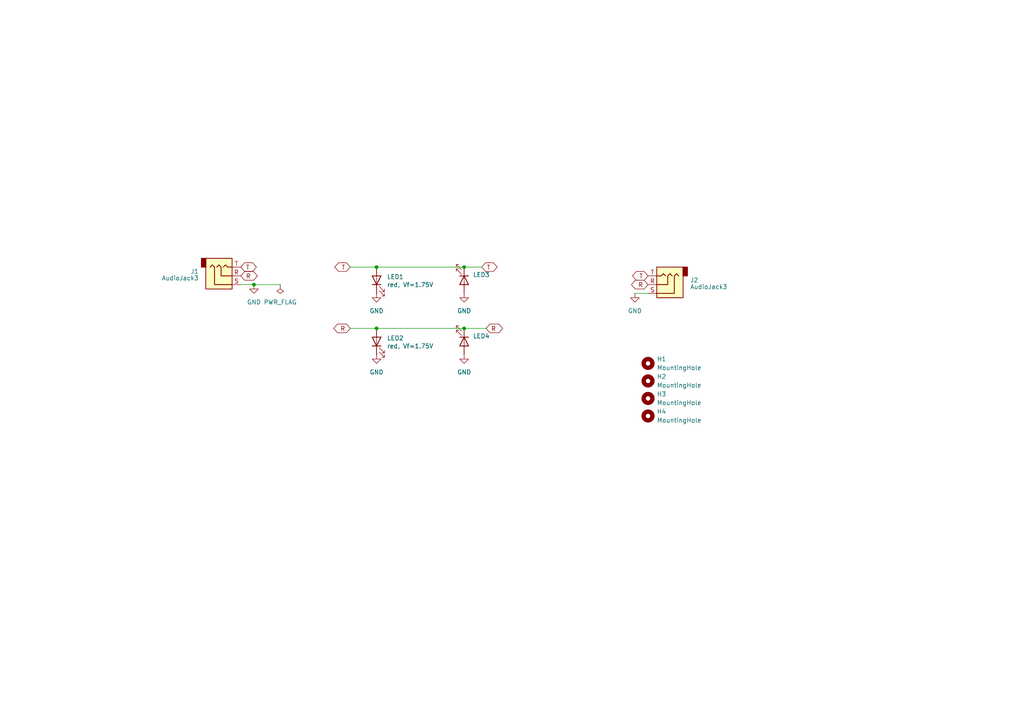
<source format=kicad_sch>
(kicad_sch
	(version 20250114)
	(generator "eeschema")
	(generator_version "9.0")
	(uuid "3b642463-48aa-402e-88a1-2c68f421e351")
	(paper "A4")
	(lib_symbols
		(symbol "Connector_Audio:AudioJack3"
			(exclude_from_sim no)
			(in_bom yes)
			(on_board yes)
			(property "Reference" "J"
				(at 0 8.89 0)
				(effects
					(font
						(size 1.27 1.27)
					)
				)
			)
			(property "Value" "AudioJack3"
				(at 0 6.35 0)
				(effects
					(font
						(size 1.27 1.27)
					)
				)
			)
			(property "Footprint" ""
				(at 0 0 0)
				(effects
					(font
						(size 1.27 1.27)
					)
					(hide yes)
				)
			)
			(property "Datasheet" "~"
				(at 0 0 0)
				(effects
					(font
						(size 1.27 1.27)
					)
					(hide yes)
				)
			)
			(property "Description" "Audio Jack, 3 Poles (Stereo / TRS)"
				(at 0 0 0)
				(effects
					(font
						(size 1.27 1.27)
					)
					(hide yes)
				)
			)
			(property "ki_keywords" "audio jack receptacle stereo headphones phones TRS connector"
				(at 0 0 0)
				(effects
					(font
						(size 1.27 1.27)
					)
					(hide yes)
				)
			)
			(property "ki_fp_filters" "Jack*"
				(at 0 0 0)
				(effects
					(font
						(size 1.27 1.27)
					)
					(hide yes)
				)
			)
			(symbol "AudioJack3_0_1"
				(rectangle
					(start -5.08 -5.08)
					(end -6.35 -2.54)
					(stroke
						(width 0.254)
						(type default)
					)
					(fill
						(type outline)
					)
				)
				(polyline
					(pts
						(xy -1.905 -2.54) (xy -1.27 -3.175) (xy -0.635 -2.54) (xy -0.635 0) (xy 2.54 0)
					)
					(stroke
						(width 0.254)
						(type default)
					)
					(fill
						(type none)
					)
				)
				(polyline
					(pts
						(xy 0 -2.54) (xy 0.635 -3.175) (xy 1.27 -2.54) (xy 2.54 -2.54)
					)
					(stroke
						(width 0.254)
						(type default)
					)
					(fill
						(type none)
					)
				)
				(rectangle
					(start 2.54 3.81)
					(end -5.08 -5.08)
					(stroke
						(width 0.254)
						(type default)
					)
					(fill
						(type background)
					)
				)
				(polyline
					(pts
						(xy 2.54 2.54) (xy -2.54 2.54) (xy -2.54 -2.54) (xy -3.175 -3.175) (xy -3.81 -2.54)
					)
					(stroke
						(width 0.254)
						(type default)
					)
					(fill
						(type none)
					)
				)
			)
			(symbol "AudioJack3_1_1"
				(pin passive line
					(at 5.08 2.54 180)
					(length 2.54)
					(name "~"
						(effects
							(font
								(size 1.27 1.27)
							)
						)
					)
					(number "S"
						(effects
							(font
								(size 1.27 1.27)
							)
						)
					)
				)
				(pin passive line
					(at 5.08 0 180)
					(length 2.54)
					(name "~"
						(effects
							(font
								(size 1.27 1.27)
							)
						)
					)
					(number "R"
						(effects
							(font
								(size 1.27 1.27)
							)
						)
					)
				)
				(pin passive line
					(at 5.08 -2.54 180)
					(length 2.54)
					(name "~"
						(effects
							(font
								(size 1.27 1.27)
							)
						)
					)
					(number "T"
						(effects
							(font
								(size 1.27 1.27)
							)
						)
					)
				)
			)
			(embedded_fonts no)
		)
		(symbol "Device:LED"
			(pin_numbers
				(hide yes)
			)
			(pin_names
				(offset 1.016)
				(hide yes)
			)
			(exclude_from_sim no)
			(in_bom yes)
			(on_board yes)
			(property "Reference" "D"
				(at 0 2.54 0)
				(effects
					(font
						(size 1.27 1.27)
					)
				)
			)
			(property "Value" "LED"
				(at 0 -2.54 0)
				(effects
					(font
						(size 1.27 1.27)
					)
				)
			)
			(property "Footprint" ""
				(at 0 0 0)
				(effects
					(font
						(size 1.27 1.27)
					)
					(hide yes)
				)
			)
			(property "Datasheet" "~"
				(at 0 0 0)
				(effects
					(font
						(size 1.27 1.27)
					)
					(hide yes)
				)
			)
			(property "Description" "Light emitting diode"
				(at 0 0 0)
				(effects
					(font
						(size 1.27 1.27)
					)
					(hide yes)
				)
			)
			(property "ki_keywords" "LED diode"
				(at 0 0 0)
				(effects
					(font
						(size 1.27 1.27)
					)
					(hide yes)
				)
			)
			(property "ki_fp_filters" "LED* LED_SMD:* LED_THT:*"
				(at 0 0 0)
				(effects
					(font
						(size 1.27 1.27)
					)
					(hide yes)
				)
			)
			(symbol "LED_0_1"
				(polyline
					(pts
						(xy -3.048 -0.762) (xy -4.572 -2.286) (xy -3.81 -2.286) (xy -4.572 -2.286) (xy -4.572 -1.524)
					)
					(stroke
						(width 0)
						(type default)
					)
					(fill
						(type none)
					)
				)
				(polyline
					(pts
						(xy -1.778 -0.762) (xy -3.302 -2.286) (xy -2.54 -2.286) (xy -3.302 -2.286) (xy -3.302 -1.524)
					)
					(stroke
						(width 0)
						(type default)
					)
					(fill
						(type none)
					)
				)
				(polyline
					(pts
						(xy -1.27 0) (xy 1.27 0)
					)
					(stroke
						(width 0)
						(type default)
					)
					(fill
						(type none)
					)
				)
				(polyline
					(pts
						(xy -1.27 -1.27) (xy -1.27 1.27)
					)
					(stroke
						(width 0.254)
						(type default)
					)
					(fill
						(type none)
					)
				)
				(polyline
					(pts
						(xy 1.27 -1.27) (xy 1.27 1.27) (xy -1.27 0) (xy 1.27 -1.27)
					)
					(stroke
						(width 0.254)
						(type default)
					)
					(fill
						(type none)
					)
				)
			)
			(symbol "LED_1_1"
				(pin passive line
					(at -3.81 0 0)
					(length 2.54)
					(name "K"
						(effects
							(font
								(size 1.27 1.27)
							)
						)
					)
					(number "1"
						(effects
							(font
								(size 1.27 1.27)
							)
						)
					)
				)
				(pin passive line
					(at 3.81 0 180)
					(length 2.54)
					(name "A"
						(effects
							(font
								(size 1.27 1.27)
							)
						)
					)
					(number "2"
						(effects
							(font
								(size 1.27 1.27)
							)
						)
					)
				)
			)
			(embedded_fonts no)
		)
		(symbol "Mechanical:MountingHole"
			(pin_names
				(offset 1.016)
			)
			(exclude_from_sim no)
			(in_bom no)
			(on_board yes)
			(property "Reference" "H"
				(at 0 5.08 0)
				(effects
					(font
						(size 1.27 1.27)
					)
				)
			)
			(property "Value" "MountingHole"
				(at 0 3.175 0)
				(effects
					(font
						(size 1.27 1.27)
					)
				)
			)
			(property "Footprint" ""
				(at 0 0 0)
				(effects
					(font
						(size 1.27 1.27)
					)
					(hide yes)
				)
			)
			(property "Datasheet" "~"
				(at 0 0 0)
				(effects
					(font
						(size 1.27 1.27)
					)
					(hide yes)
				)
			)
			(property "Description" "Mounting Hole without connection"
				(at 0 0 0)
				(effects
					(font
						(size 1.27 1.27)
					)
					(hide yes)
				)
			)
			(property "ki_keywords" "mounting hole"
				(at 0 0 0)
				(effects
					(font
						(size 1.27 1.27)
					)
					(hide yes)
				)
			)
			(property "ki_fp_filters" "MountingHole*"
				(at 0 0 0)
				(effects
					(font
						(size 1.27 1.27)
					)
					(hide yes)
				)
			)
			(symbol "MountingHole_0_1"
				(circle
					(center 0 0)
					(radius 1.27)
					(stroke
						(width 1.27)
						(type default)
					)
					(fill
						(type none)
					)
				)
			)
			(embedded_fonts no)
		)
		(symbol "power:GND"
			(power)
			(pin_numbers
				(hide yes)
			)
			(pin_names
				(offset 0)
				(hide yes)
			)
			(exclude_from_sim no)
			(in_bom yes)
			(on_board yes)
			(property "Reference" "#PWR"
				(at 0 -6.35 0)
				(effects
					(font
						(size 1.27 1.27)
					)
					(hide yes)
				)
			)
			(property "Value" "GND"
				(at 0 -3.81 0)
				(effects
					(font
						(size 1.27 1.27)
					)
				)
			)
			(property "Footprint" ""
				(at 0 0 0)
				(effects
					(font
						(size 1.27 1.27)
					)
					(hide yes)
				)
			)
			(property "Datasheet" ""
				(at 0 0 0)
				(effects
					(font
						(size 1.27 1.27)
					)
					(hide yes)
				)
			)
			(property "Description" "Power symbol creates a global label with name \"GND\" , ground"
				(at 0 0 0)
				(effects
					(font
						(size 1.27 1.27)
					)
					(hide yes)
				)
			)
			(property "ki_keywords" "global power"
				(at 0 0 0)
				(effects
					(font
						(size 1.27 1.27)
					)
					(hide yes)
				)
			)
			(symbol "GND_0_1"
				(polyline
					(pts
						(xy 0 0) (xy 0 -1.27) (xy 1.27 -1.27) (xy 0 -2.54) (xy -1.27 -1.27) (xy 0 -1.27)
					)
					(stroke
						(width 0)
						(type default)
					)
					(fill
						(type none)
					)
				)
			)
			(symbol "GND_1_1"
				(pin power_in line
					(at 0 0 270)
					(length 0)
					(name "~"
						(effects
							(font
								(size 1.27 1.27)
							)
						)
					)
					(number "1"
						(effects
							(font
								(size 1.27 1.27)
							)
						)
					)
				)
			)
			(embedded_fonts no)
		)
		(symbol "power:PWR_FLAG"
			(power)
			(pin_numbers
				(hide yes)
			)
			(pin_names
				(offset 0)
				(hide yes)
			)
			(exclude_from_sim no)
			(in_bom yes)
			(on_board yes)
			(property "Reference" "#FLG"
				(at 0 1.905 0)
				(effects
					(font
						(size 1.27 1.27)
					)
					(hide yes)
				)
			)
			(property "Value" "PWR_FLAG"
				(at 0 3.81 0)
				(effects
					(font
						(size 1.27 1.27)
					)
				)
			)
			(property "Footprint" ""
				(at 0 0 0)
				(effects
					(font
						(size 1.27 1.27)
					)
					(hide yes)
				)
			)
			(property "Datasheet" "~"
				(at 0 0 0)
				(effects
					(font
						(size 1.27 1.27)
					)
					(hide yes)
				)
			)
			(property "Description" "Special symbol for telling ERC where power comes from"
				(at 0 0 0)
				(effects
					(font
						(size 1.27 1.27)
					)
					(hide yes)
				)
			)
			(property "ki_keywords" "flag power"
				(at 0 0 0)
				(effects
					(font
						(size 1.27 1.27)
					)
					(hide yes)
				)
			)
			(symbol "PWR_FLAG_0_0"
				(pin power_out line
					(at 0 0 90)
					(length 0)
					(name "~"
						(effects
							(font
								(size 1.27 1.27)
							)
						)
					)
					(number "1"
						(effects
							(font
								(size 1.27 1.27)
							)
						)
					)
				)
			)
			(symbol "PWR_FLAG_0_1"
				(polyline
					(pts
						(xy 0 0) (xy 0 1.27) (xy -1.016 1.905) (xy 0 2.54) (xy 1.016 1.905) (xy 0 1.27)
					)
					(stroke
						(width 0)
						(type default)
					)
					(fill
						(type none)
					)
				)
			)
			(embedded_fonts no)
		)
	)
	(junction
		(at 73.66 82.55)
		(diameter 0)
		(color 0 0 0 0)
		(uuid "27b5d972-f1fd-4180-9cd8-826632365299")
	)
	(junction
		(at 134.62 95.25)
		(diameter 0)
		(color 0 0 0 0)
		(uuid "4723f848-73a4-4abf-860f-7fae089fe12a")
	)
	(junction
		(at 134.62 77.47)
		(diameter 0)
		(color 0 0 0 0)
		(uuid "5d534465-89c3-4a73-8448-fa137ed3735f")
	)
	(junction
		(at 109.22 95.25)
		(diameter 0)
		(color 0 0 0 0)
		(uuid "5ded81a6-1504-48ac-8e5c-7fa6921dc544")
	)
	(junction
		(at 109.22 77.47)
		(diameter 0)
		(color 0 0 0 0)
		(uuid "9098567f-5504-43ee-b64a-153052de1d90")
	)
	(wire
		(pts
			(xy 134.62 95.25) (xy 140.97 95.25)
		)
		(stroke
			(width 0)
			(type default)
		)
		(uuid "022a4516-e4bc-4deb-af66-7f39e7b42f73")
	)
	(wire
		(pts
			(xy 109.22 95.25) (xy 134.62 95.25)
		)
		(stroke
			(width 0)
			(type default)
		)
		(uuid "0bbb8249-e2a1-4a9e-913c-d021b9cde7af")
	)
	(wire
		(pts
			(xy 134.62 77.47) (xy 139.7 77.47)
		)
		(stroke
			(width 0)
			(type default)
		)
		(uuid "34215fd8-7bb4-47e4-800f-d2be540d9a8e")
	)
	(wire
		(pts
			(xy 69.85 82.55) (xy 73.66 82.55)
		)
		(stroke
			(width 0)
			(type default)
		)
		(uuid "5a586237-7f6c-426e-9186-dbbbfafa57c8")
	)
	(wire
		(pts
			(xy 187.96 85.09) (xy 184.15 85.09)
		)
		(stroke
			(width 0)
			(type default)
		)
		(uuid "6bca2e23-4bcb-4b8d-b04a-33aeaa479ce0")
	)
	(wire
		(pts
			(xy 109.22 77.47) (xy 134.62 77.47)
		)
		(stroke
			(width 0)
			(type default)
		)
		(uuid "6c08599a-3155-42ee-b718-25d964a7966d")
	)
	(wire
		(pts
			(xy 101.6 77.47) (xy 109.22 77.47)
		)
		(stroke
			(width 0)
			(type default)
		)
		(uuid "86ac5bcb-cbd8-4e58-bfcf-f94bb6057ebd")
	)
	(wire
		(pts
			(xy 101.6 95.25) (xy 109.22 95.25)
		)
		(stroke
			(width 0)
			(type default)
		)
		(uuid "a9d06245-bf11-4d5d-bd48-318078fd4a83")
	)
	(wire
		(pts
			(xy 73.66 82.55) (xy 81.28 82.55)
		)
		(stroke
			(width 0)
			(type default)
		)
		(uuid "c2faeb6f-3f64-40e3-a455-1cb06f84fef1")
	)
	(global_label "R"
		(shape bidirectional)
		(at 140.97 95.25 0)
		(fields_autoplaced yes)
		(effects
			(font
				(size 1.27 1.27)
			)
			(justify left)
		)
		(uuid "0f9c3d7e-f4f4-42e4-8fbc-47da288f01bf")
		(property "Intersheetrefs" "${INTERSHEET_REFS}"
			(at 146.3365 95.25 0)
			(effects
				(font
					(size 1.27 1.27)
				)
				(justify left)
				(hide yes)
			)
		)
	)
	(global_label "R"
		(shape bidirectional)
		(at 69.85 80.01 0)
		(fields_autoplaced yes)
		(effects
			(font
				(size 1.27 1.27)
			)
			(justify left)
		)
		(uuid "30e7e9e3-c0a4-4e67-bbba-2610aaed92d4")
		(property "Intersheetrefs" "${INTERSHEET_REFS}"
			(at 77.9379 80.01 0)
			(effects
				(font
					(size 1.27 1.27)
				)
				(justify left)
				(hide yes)
			)
		)
	)
	(global_label "T"
		(shape bidirectional)
		(at 101.6 77.47 180)
		(fields_autoplaced yes)
		(effects
			(font
				(size 1.27 1.27)
			)
			(justify right)
		)
		(uuid "38cbb693-f8b7-46a1-aafa-0261d8508c73")
		(property "Intersheetrefs" "${INTERSHEET_REFS}"
			(at 96.5359 77.47 0)
			(effects
				(font
					(size 1.27 1.27)
				)
				(justify right)
				(hide yes)
			)
		)
	)
	(global_label "T"
		(shape bidirectional)
		(at 139.7 77.47 0)
		(fields_autoplaced yes)
		(effects
			(font
				(size 1.27 1.27)
			)
			(justify left)
		)
		(uuid "753a0714-d6d2-489e-82f0-ffd70977f331")
		(property "Intersheetrefs" "${INTERSHEET_REFS}"
			(at 144.7641 77.47 0)
			(effects
				(font
					(size 1.27 1.27)
				)
				(justify left)
				(hide yes)
			)
		)
	)
	(global_label "R"
		(shape bidirectional)
		(at 101.6 95.25 180)
		(fields_autoplaced yes)
		(effects
			(font
				(size 1.27 1.27)
			)
			(justify right)
		)
		(uuid "bd13468f-9692-4c2b-9ebe-c48ad972381e")
		(property "Intersheetrefs" "${INTERSHEET_REFS}"
			(at 96.2335 95.25 0)
			(effects
				(font
					(size 1.27 1.27)
				)
				(justify right)
				(hide yes)
			)
		)
	)
	(global_label "R"
		(shape bidirectional)
		(at 187.96 82.55 180)
		(fields_autoplaced yes)
		(effects
			(font
				(size 1.27 1.27)
			)
			(justify right)
		)
		(uuid "d496ecb1-1258-46c6-971e-5470b1f814bb")
		(property "Intersheetrefs" "${INTERSHEET_REFS}"
			(at 178.6022 82.55 0)
			(effects
				(font
					(size 1.27 1.27)
				)
				(justify right)
				(hide yes)
			)
		)
	)
	(global_label "T"
		(shape bidirectional)
		(at 187.96 80.01 180)
		(fields_autoplaced yes)
		(effects
			(font
				(size 1.27 1.27)
			)
			(justify right)
		)
		(uuid "ef2f87b2-c048-4332-92c4-da566d40971e")
		(property "Intersheetrefs" "${INTERSHEET_REFS}"
			(at 178.9046 80.01 0)
			(effects
				(font
					(size 1.27 1.27)
				)
				(justify right)
				(hide yes)
			)
		)
	)
	(global_label "T"
		(shape bidirectional)
		(at 69.85 77.47 0)
		(fields_autoplaced yes)
		(effects
			(font
				(size 1.27 1.27)
			)
			(justify left)
		)
		(uuid "f7d8f96e-9492-4ab8-9f74-e71282b5569b")
		(property "Intersheetrefs" "${INTERSHEET_REFS}"
			(at 77.6355 77.47 0)
			(effects
				(font
					(size 1.27 1.27)
				)
				(justify left)
				(hide yes)
			)
		)
	)
	(symbol
		(lib_id "power:GND")
		(at 109.22 85.09 0)
		(unit 1)
		(exclude_from_sim no)
		(in_bom yes)
		(on_board yes)
		(dnp no)
		(fields_autoplaced yes)
		(uuid "03100f6c-4d50-49fb-89a6-0f33597ee58e")
		(property "Reference" "#PWR02"
			(at 109.22 91.44 0)
			(effects
				(font
					(size 1.27 1.27)
				)
				(hide yes)
			)
		)
		(property "Value" "GND"
			(at 109.22 90.17 0)
			(effects
				(font
					(size 1.27 1.27)
				)
			)
		)
		(property "Footprint" ""
			(at 109.22 85.09 0)
			(effects
				(font
					(size 1.27 1.27)
				)
				(hide yes)
			)
		)
		(property "Datasheet" ""
			(at 109.22 85.09 0)
			(effects
				(font
					(size 1.27 1.27)
				)
				(hide yes)
			)
		)
		(property "Description" "Power symbol creates a global label with name \"GND\" , ground"
			(at 109.22 85.09 0)
			(effects
				(font
					(size 1.27 1.27)
				)
				(hide yes)
			)
		)
		(pin "1"
			(uuid "b9c6724e-9ddc-4c73-9aee-54d5d732a474")
		)
		(instances
			(project "live-saver"
				(path "/3b642463-48aa-402e-88a1-2c68f421e351"
					(reference "#PWR02")
					(unit 1)
				)
			)
		)
	)
	(symbol
		(lib_id "Device:LED")
		(at 109.22 99.06 90)
		(unit 1)
		(exclude_from_sim no)
		(in_bom yes)
		(on_board yes)
		(dnp no)
		(uuid "040f5b4d-b209-491b-8221-35e072df5fa5")
		(property "Reference" "LED2"
			(at 112.2172 98.0694 90)
			(effects
				(font
					(size 1.27 1.27)
				)
				(justify right)
			)
		)
		(property "Value" "red, Vf=1.75V"
			(at 112.2172 100.3808 90)
			(effects
				(font
					(size 1.27 1.27)
				)
				(justify right)
			)
		)
		(property "Footprint" "LED_SMD:LED_0603_1608Metric_Pad1.05x0.95mm_HandSolder"
			(at 109.22 99.06 0)
			(effects
				(font
					(size 1.27 1.27)
				)
				(hide yes)
			)
		)
		(property "Datasheet" "~"
			(at 109.22 99.06 0)
			(effects
				(font
					(size 1.27 1.27)
				)
				(hide yes)
			)
		)
		(property "Description" ""
			(at 109.22 99.06 0)
			(effects
				(font
					(size 1.27 1.27)
				)
				(hide yes)
			)
		)
		(property "LCSC" "C79636"
			(at 109.22 99.06 90)
			(effects
				(font
					(size 1.27 1.27)
				)
				(hide yes)
			)
		)
		(pin "1"
			(uuid "838747de-f6e5-48e9-852d-e058ee5bb7e5")
		)
		(pin "2"
			(uuid "6a2c8f89-4954-4c37-a942-f565d6a35e7b")
		)
		(instances
			(project "live-saver"
				(path "/3b642463-48aa-402e-88a1-2c68f421e351"
					(reference "LED2")
					(unit 1)
				)
			)
		)
	)
	(symbol
		(lib_id "Mechanical:MountingHole")
		(at 187.96 110.49 0)
		(unit 1)
		(exclude_from_sim no)
		(in_bom no)
		(on_board yes)
		(dnp no)
		(fields_autoplaced yes)
		(uuid "04e522e2-4dca-4825-a1fb-a08ec611c42d")
		(property "Reference" "H2"
			(at 190.5 109.2199 0)
			(effects
				(font
					(size 1.27 1.27)
				)
				(justify left)
			)
		)
		(property "Value" "MountingHole"
			(at 190.5 111.7599 0)
			(effects
				(font
					(size 1.27 1.27)
				)
				(justify left)
			)
		)
		(property "Footprint" "MountingHole:MountingHole_2.2mm_M2_DIN965"
			(at 187.96 110.49 0)
			(effects
				(font
					(size 1.27 1.27)
				)
				(hide yes)
			)
		)
		(property "Datasheet" "~"
			(at 187.96 110.49 0)
			(effects
				(font
					(size 1.27 1.27)
				)
				(hide yes)
			)
		)
		(property "Description" "Mounting Hole without connection"
			(at 187.96 110.49 0)
			(effects
				(font
					(size 1.27 1.27)
				)
				(hide yes)
			)
		)
		(instances
			(project "live-saver"
				(path "/3b642463-48aa-402e-88a1-2c68f421e351"
					(reference "H2")
					(unit 1)
				)
			)
		)
	)
	(symbol
		(lib_id "Connector_Audio:AudioJack3")
		(at 193.04 82.55 180)
		(unit 1)
		(exclude_from_sim no)
		(in_bom yes)
		(on_board yes)
		(dnp no)
		(uuid "0eeb059e-0fc1-4c64-9b90-40d80482c0c6")
		(property "Reference" "J2"
			(at 200.152 81.2713 0)
			(effects
				(font
					(size 1.27 1.27)
				)
				(justify right)
			)
		)
		(property "Value" "AudioJack3"
			(at 200.152 83.1923 0)
			(effects
				(font
					(size 1.27 1.27)
				)
				(justify right)
			)
		)
		(property "Footprint" "my_footprint:3.5mm_Stereo_TRS_PJ-3210-4A_and_ST-005-G"
			(at 193.04 82.55 0)
			(effects
				(font
					(size 1.27 1.27)
				)
				(hide yes)
			)
		)
		(property "Datasheet" "~"
			(at 193.04 82.55 0)
			(effects
				(font
					(size 1.27 1.27)
				)
				(hide yes)
			)
		)
		(property "Description" ""
			(at 193.04 82.55 0)
			(effects
				(font
					(size 1.27 1.27)
				)
				(hide yes)
			)
		)
		(property "LCSC" "C136686"
			(at 193.04 82.55 0)
			(effects
				(font
					(size 1.27 1.27)
				)
				(hide yes)
			)
		)
		(property "フィールド5" ""
			(at 193.04 82.55 0)
			(effects
				(font
					(size 1.27 1.27)
				)
				(hide yes)
			)
		)
		(pin "R"
			(uuid "3720fe4e-1496-4e29-a18c-d1b6c3b659d7")
		)
		(pin "S"
			(uuid "a14f6cf7-acb7-4aa1-8cae-dce6f6ce6c9a")
		)
		(pin "T"
			(uuid "1d59a17f-501b-499c-99e0-5f6c0150fbd1")
		)
		(instances
			(project "live-saver"
				(path "/3b642463-48aa-402e-88a1-2c68f421e351"
					(reference "J2")
					(unit 1)
				)
			)
		)
	)
	(symbol
		(lib_id "power:PWR_FLAG")
		(at 81.28 82.55 180)
		(unit 1)
		(exclude_from_sim no)
		(in_bom yes)
		(on_board yes)
		(dnp no)
		(fields_autoplaced yes)
		(uuid "42dbf6ab-dbe8-42c5-9974-549ea31703f3")
		(property "Reference" "#FLG01"
			(at 81.28 84.455 0)
			(effects
				(font
					(size 1.27 1.27)
				)
				(hide yes)
			)
		)
		(property "Value" "PWR_FLAG"
			(at 81.28 87.63 0)
			(effects
				(font
					(size 1.27 1.27)
				)
			)
		)
		(property "Footprint" ""
			(at 81.28 82.55 0)
			(effects
				(font
					(size 1.27 1.27)
				)
				(hide yes)
			)
		)
		(property "Datasheet" "~"
			(at 81.28 82.55 0)
			(effects
				(font
					(size 1.27 1.27)
				)
				(hide yes)
			)
		)
		(property "Description" "Special symbol for telling ERC where power comes from"
			(at 81.28 82.55 0)
			(effects
				(font
					(size 1.27 1.27)
				)
				(hide yes)
			)
		)
		(pin "1"
			(uuid "933a5835-a773-4cc2-9dd9-71a763a82b14")
		)
		(instances
			(project ""
				(path "/3b642463-48aa-402e-88a1-2c68f421e351"
					(reference "#FLG01")
					(unit 1)
				)
			)
		)
	)
	(symbol
		(lib_id "Mechanical:MountingHole")
		(at 187.96 105.41 0)
		(unit 1)
		(exclude_from_sim no)
		(in_bom no)
		(on_board yes)
		(dnp no)
		(fields_autoplaced yes)
		(uuid "43960bf5-f6f5-4264-972f-7a6d1c0410e9")
		(property "Reference" "H1"
			(at 190.5 104.1399 0)
			(effects
				(font
					(size 1.27 1.27)
				)
				(justify left)
			)
		)
		(property "Value" "MountingHole"
			(at 190.5 106.6799 0)
			(effects
				(font
					(size 1.27 1.27)
				)
				(justify left)
			)
		)
		(property "Footprint" "MountingHole:MountingHole_2.2mm_M2_DIN965"
			(at 187.96 105.41 0)
			(effects
				(font
					(size 1.27 1.27)
				)
				(hide yes)
			)
		)
		(property "Datasheet" "~"
			(at 187.96 105.41 0)
			(effects
				(font
					(size 1.27 1.27)
				)
				(hide yes)
			)
		)
		(property "Description" "Mounting Hole without connection"
			(at 187.96 105.41 0)
			(effects
				(font
					(size 1.27 1.27)
				)
				(hide yes)
			)
		)
		(instances
			(project ""
				(path "/3b642463-48aa-402e-88a1-2c68f421e351"
					(reference "H1")
					(unit 1)
				)
			)
		)
	)
	(symbol
		(lib_id "Mechanical:MountingHole")
		(at 187.96 120.65 0)
		(unit 1)
		(exclude_from_sim no)
		(in_bom no)
		(on_board yes)
		(dnp no)
		(fields_autoplaced yes)
		(uuid "553d01d4-3773-4a73-ac89-fc8d6704b4df")
		(property "Reference" "H4"
			(at 190.5 119.3799 0)
			(effects
				(font
					(size 1.27 1.27)
				)
				(justify left)
			)
		)
		(property "Value" "MountingHole"
			(at 190.5 121.9199 0)
			(effects
				(font
					(size 1.27 1.27)
				)
				(justify left)
			)
		)
		(property "Footprint" "MountingHole:MountingHole_2.2mm_M2_DIN965"
			(at 187.96 120.65 0)
			(effects
				(font
					(size 1.27 1.27)
				)
				(hide yes)
			)
		)
		(property "Datasheet" "~"
			(at 187.96 120.65 0)
			(effects
				(font
					(size 1.27 1.27)
				)
				(hide yes)
			)
		)
		(property "Description" "Mounting Hole without connection"
			(at 187.96 120.65 0)
			(effects
				(font
					(size 1.27 1.27)
				)
				(hide yes)
			)
		)
		(instances
			(project "live-saver"
				(path "/3b642463-48aa-402e-88a1-2c68f421e351"
					(reference "H4")
					(unit 1)
				)
			)
		)
	)
	(symbol
		(lib_id "Device:LED")
		(at 134.62 81.28 270)
		(unit 1)
		(exclude_from_sim no)
		(in_bom yes)
		(on_board yes)
		(dnp no)
		(fields_autoplaced yes)
		(uuid "56a9869a-8f4b-4784-990f-67bc8cc0ea8b")
		(property "Reference" "LED3"
			(at 137.16 79.6924 90)
			(effects
				(font
					(size 1.27 1.27)
				)
				(justify left)
			)
		)
		(property "Value" "red, Vf=1.75V"
			(at 131.6228 79.9592 90)
			(effects
				(font
					(size 1.27 1.27)
				)
				(justify right)
				(hide yes)
			)
		)
		(property "Footprint" "LED_SMD:LED_0603_1608Metric_Pad1.05x0.95mm_HandSolder"
			(at 134.62 81.28 0)
			(effects
				(font
					(size 1.27 1.27)
				)
				(hide yes)
			)
		)
		(property "Datasheet" "~"
			(at 134.62 81.28 0)
			(effects
				(font
					(size 1.27 1.27)
				)
				(hide yes)
			)
		)
		(property "Description" ""
			(at 134.62 81.28 0)
			(effects
				(font
					(size 1.27 1.27)
				)
				(hide yes)
			)
		)
		(property "LCSC" "C79636"
			(at 134.62 81.28 90)
			(effects
				(font
					(size 1.27 1.27)
				)
				(hide yes)
			)
		)
		(pin "1"
			(uuid "c2e7aa5b-5d91-4f3d-a82c-281c2d5487e2")
		)
		(pin "2"
			(uuid "df664956-4cb9-447b-a8ed-0d40386204c8")
		)
		(instances
			(project "live-saver"
				(path "/3b642463-48aa-402e-88a1-2c68f421e351"
					(reference "LED3")
					(unit 1)
				)
			)
		)
	)
	(symbol
		(lib_id "Device:LED")
		(at 109.22 81.28 90)
		(unit 1)
		(exclude_from_sim no)
		(in_bom yes)
		(on_board yes)
		(dnp no)
		(uuid "689b9e56-0557-4350-84ad-3de827e193bc")
		(property "Reference" "LED1"
			(at 112.2172 80.2894 90)
			(effects
				(font
					(size 1.27 1.27)
				)
				(justify right)
			)
		)
		(property "Value" "red, Vf=1.75V"
			(at 112.2172 82.6008 90)
			(effects
				(font
					(size 1.27 1.27)
				)
				(justify right)
			)
		)
		(property "Footprint" "LED_SMD:LED_0603_1608Metric_Pad1.05x0.95mm_HandSolder"
			(at 109.22 81.28 0)
			(effects
				(font
					(size 1.27 1.27)
				)
				(hide yes)
			)
		)
		(property "Datasheet" "~"
			(at 109.22 81.28 0)
			(effects
				(font
					(size 1.27 1.27)
				)
				(hide yes)
			)
		)
		(property "Description" ""
			(at 109.22 81.28 0)
			(effects
				(font
					(size 1.27 1.27)
				)
				(hide yes)
			)
		)
		(property "LCSC" "C79636"
			(at 109.22 81.28 90)
			(effects
				(font
					(size 1.27 1.27)
				)
				(hide yes)
			)
		)
		(pin "1"
			(uuid "5c940fe7-91fd-4544-983e-ff7517053d4a")
		)
		(pin "2"
			(uuid "c41e3937-eb2c-4e31-afbb-a2350d78b4fe")
		)
		(instances
			(project "live-saver"
				(path "/3b642463-48aa-402e-88a1-2c68f421e351"
					(reference "LED1")
					(unit 1)
				)
			)
		)
	)
	(symbol
		(lib_id "power:GND")
		(at 134.62 85.09 0)
		(unit 1)
		(exclude_from_sim no)
		(in_bom yes)
		(on_board yes)
		(dnp no)
		(fields_autoplaced yes)
		(uuid "82fc8b47-8929-4604-86ff-2dea5b436f9a")
		(property "Reference" "#PWR04"
			(at 134.62 91.44 0)
			(effects
				(font
					(size 1.27 1.27)
				)
				(hide yes)
			)
		)
		(property "Value" "GND"
			(at 134.62 90.17 0)
			(effects
				(font
					(size 1.27 1.27)
				)
			)
		)
		(property "Footprint" ""
			(at 134.62 85.09 0)
			(effects
				(font
					(size 1.27 1.27)
				)
				(hide yes)
			)
		)
		(property "Datasheet" ""
			(at 134.62 85.09 0)
			(effects
				(font
					(size 1.27 1.27)
				)
				(hide yes)
			)
		)
		(property "Description" "Power symbol creates a global label with name \"GND\" , ground"
			(at 134.62 85.09 0)
			(effects
				(font
					(size 1.27 1.27)
				)
				(hide yes)
			)
		)
		(pin "1"
			(uuid "1e51856b-47d6-41d0-82c7-86ed4fb0fd1b")
		)
		(instances
			(project "live-saver"
				(path "/3b642463-48aa-402e-88a1-2c68f421e351"
					(reference "#PWR04")
					(unit 1)
				)
			)
		)
	)
	(symbol
		(lib_id "Mechanical:MountingHole")
		(at 187.96 115.57 0)
		(unit 1)
		(exclude_from_sim no)
		(in_bom no)
		(on_board yes)
		(dnp no)
		(fields_autoplaced yes)
		(uuid "92e35369-2d4d-4cbf-9fc2-a914f1b96d7f")
		(property "Reference" "H3"
			(at 190.5 114.2999 0)
			(effects
				(font
					(size 1.27 1.27)
				)
				(justify left)
			)
		)
		(property "Value" "MountingHole"
			(at 190.5 116.8399 0)
			(effects
				(font
					(size 1.27 1.27)
				)
				(justify left)
			)
		)
		(property "Footprint" "MountingHole:MountingHole_2.2mm_M2_DIN965"
			(at 187.96 115.57 0)
			(effects
				(font
					(size 1.27 1.27)
				)
				(hide yes)
			)
		)
		(property "Datasheet" "~"
			(at 187.96 115.57 0)
			(effects
				(font
					(size 1.27 1.27)
				)
				(hide yes)
			)
		)
		(property "Description" "Mounting Hole without connection"
			(at 187.96 115.57 0)
			(effects
				(font
					(size 1.27 1.27)
				)
				(hide yes)
			)
		)
		(instances
			(project "live-saver"
				(path "/3b642463-48aa-402e-88a1-2c68f421e351"
					(reference "H3")
					(unit 1)
				)
			)
		)
	)
	(symbol
		(lib_id "Device:LED")
		(at 134.62 99.06 270)
		(unit 1)
		(exclude_from_sim no)
		(in_bom yes)
		(on_board yes)
		(dnp no)
		(fields_autoplaced yes)
		(uuid "a8b937de-8418-4963-a691-43a8681427ca")
		(property "Reference" "LED4"
			(at 137.16 97.4724 90)
			(effects
				(font
					(size 1.27 1.27)
				)
				(justify left)
			)
		)
		(property "Value" "red, Vf=1.75V"
			(at 131.6228 97.7392 90)
			(effects
				(font
					(size 1.27 1.27)
				)
				(justify right)
				(hide yes)
			)
		)
		(property "Footprint" "LED_SMD:LED_0603_1608Metric_Pad1.05x0.95mm_HandSolder"
			(at 134.62 99.06 0)
			(effects
				(font
					(size 1.27 1.27)
				)
				(hide yes)
			)
		)
		(property "Datasheet" "~"
			(at 134.62 99.06 0)
			(effects
				(font
					(size 1.27 1.27)
				)
				(hide yes)
			)
		)
		(property "Description" ""
			(at 134.62 99.06 0)
			(effects
				(font
					(size 1.27 1.27)
				)
				(hide yes)
			)
		)
		(property "LCSC" "C79636"
			(at 134.62 99.06 90)
			(effects
				(font
					(size 1.27 1.27)
				)
				(hide yes)
			)
		)
		(pin "1"
			(uuid "7f9ab268-c5ad-4231-9a26-a3e3c0cd6dc4")
		)
		(pin "2"
			(uuid "53117a28-8a38-45e0-9f25-ebbdccda8d01")
		)
		(instances
			(project "live-saver"
				(path "/3b642463-48aa-402e-88a1-2c68f421e351"
					(reference "LED4")
					(unit 1)
				)
			)
		)
	)
	(symbol
		(lib_id "power:GND")
		(at 134.62 102.87 0)
		(unit 1)
		(exclude_from_sim no)
		(in_bom yes)
		(on_board yes)
		(dnp no)
		(fields_autoplaced yes)
		(uuid "cada318f-db2c-47a7-8096-f0e3f9ab5782")
		(property "Reference" "#PWR05"
			(at 134.62 109.22 0)
			(effects
				(font
					(size 1.27 1.27)
				)
				(hide yes)
			)
		)
		(property "Value" "GND"
			(at 134.62 107.95 0)
			(effects
				(font
					(size 1.27 1.27)
				)
			)
		)
		(property "Footprint" ""
			(at 134.62 102.87 0)
			(effects
				(font
					(size 1.27 1.27)
				)
				(hide yes)
			)
		)
		(property "Datasheet" ""
			(at 134.62 102.87 0)
			(effects
				(font
					(size 1.27 1.27)
				)
				(hide yes)
			)
		)
		(property "Description" "Power symbol creates a global label with name \"GND\" , ground"
			(at 134.62 102.87 0)
			(effects
				(font
					(size 1.27 1.27)
				)
				(hide yes)
			)
		)
		(pin "1"
			(uuid "6515f8d9-6a77-4aaf-8aef-bbe1376800ac")
		)
		(instances
			(project "live-saver"
				(path "/3b642463-48aa-402e-88a1-2c68f421e351"
					(reference "#PWR05")
					(unit 1)
				)
			)
		)
	)
	(symbol
		(lib_id "power:GND")
		(at 109.22 102.87 0)
		(unit 1)
		(exclude_from_sim no)
		(in_bom yes)
		(on_board yes)
		(dnp no)
		(fields_autoplaced yes)
		(uuid "d592b0b6-e581-4688-a34b-1205bb412b3b")
		(property "Reference" "#PWR03"
			(at 109.22 109.22 0)
			(effects
				(font
					(size 1.27 1.27)
				)
				(hide yes)
			)
		)
		(property "Value" "GND"
			(at 109.22 107.95 0)
			(effects
				(font
					(size 1.27 1.27)
				)
			)
		)
		(property "Footprint" ""
			(at 109.22 102.87 0)
			(effects
				(font
					(size 1.27 1.27)
				)
				(hide yes)
			)
		)
		(property "Datasheet" ""
			(at 109.22 102.87 0)
			(effects
				(font
					(size 1.27 1.27)
				)
				(hide yes)
			)
		)
		(property "Description" "Power symbol creates a global label with name \"GND\" , ground"
			(at 109.22 102.87 0)
			(effects
				(font
					(size 1.27 1.27)
				)
				(hide yes)
			)
		)
		(pin "1"
			(uuid "1a883f1e-fa35-4a1a-a072-f887ec9736ba")
		)
		(instances
			(project "live-saver"
				(path "/3b642463-48aa-402e-88a1-2c68f421e351"
					(reference "#PWR03")
					(unit 1)
				)
			)
		)
	)
	(symbol
		(lib_id "power:GND")
		(at 73.66 82.55 0)
		(unit 1)
		(exclude_from_sim no)
		(in_bom yes)
		(on_board yes)
		(dnp no)
		(fields_autoplaced yes)
		(uuid "e62fbe80-fc4f-4b50-81b8-0c94e1ea26f3")
		(property "Reference" "#PWR01"
			(at 73.66 88.9 0)
			(effects
				(font
					(size 1.27 1.27)
				)
				(hide yes)
			)
		)
		(property "Value" "GND"
			(at 73.66 87.63 0)
			(effects
				(font
					(size 1.27 1.27)
				)
			)
		)
		(property "Footprint" ""
			(at 73.66 82.55 0)
			(effects
				(font
					(size 1.27 1.27)
				)
				(hide yes)
			)
		)
		(property "Datasheet" ""
			(at 73.66 82.55 0)
			(effects
				(font
					(size 1.27 1.27)
				)
				(hide yes)
			)
		)
		(property "Description" "Power symbol creates a global label with name \"GND\" , ground"
			(at 73.66 82.55 0)
			(effects
				(font
					(size 1.27 1.27)
				)
				(hide yes)
			)
		)
		(pin "1"
			(uuid "29f65a92-ae16-494f-8455-19f3df6fbf18")
		)
		(instances
			(project ""
				(path "/3b642463-48aa-402e-88a1-2c68f421e351"
					(reference "#PWR01")
					(unit 1)
				)
			)
		)
	)
	(symbol
		(lib_id "power:GND")
		(at 184.15 85.09 0)
		(mirror y)
		(unit 1)
		(exclude_from_sim no)
		(in_bom yes)
		(on_board yes)
		(dnp no)
		(fields_autoplaced yes)
		(uuid "fbe97eb4-ded4-4159-8d92-13f6833cf2bf")
		(property "Reference" "#PWR06"
			(at 184.15 91.44 0)
			(effects
				(font
					(size 1.27 1.27)
				)
				(hide yes)
			)
		)
		(property "Value" "GND"
			(at 184.15 90.17 0)
			(effects
				(font
					(size 1.27 1.27)
				)
			)
		)
		(property "Footprint" ""
			(at 184.15 85.09 0)
			(effects
				(font
					(size 1.27 1.27)
				)
				(hide yes)
			)
		)
		(property "Datasheet" ""
			(at 184.15 85.09 0)
			(effects
				(font
					(size 1.27 1.27)
				)
				(hide yes)
			)
		)
		(property "Description" "Power symbol creates a global label with name \"GND\" , ground"
			(at 184.15 85.09 0)
			(effects
				(font
					(size 1.27 1.27)
				)
				(hide yes)
			)
		)
		(pin "1"
			(uuid "c7a0e882-b5e8-4542-a607-883f6ed4beab")
		)
		(instances
			(project "live-saver"
				(path "/3b642463-48aa-402e-88a1-2c68f421e351"
					(reference "#PWR06")
					(unit 1)
				)
			)
		)
	)
	(symbol
		(lib_id "Connector_Audio:AudioJack3")
		(at 64.77 80.01 0)
		(mirror x)
		(unit 1)
		(exclude_from_sim no)
		(in_bom yes)
		(on_board yes)
		(dnp no)
		(uuid "fef41854-4c62-4b01-9c87-87ae58f79691")
		(property "Reference" "J1"
			(at 57.658 78.7313 0)
			(effects
				(font
					(size 1.27 1.27)
				)
				(justify right)
			)
		)
		(property "Value" "AudioJack3"
			(at 57.658 80.6523 0)
			(effects
				(font
					(size 1.27 1.27)
				)
				(justify right)
			)
		)
		(property "Footprint" "my_footprint:3.5mm_Stereo_TRS_PJ-3210-4A_and_ST-005-G"
			(at 64.77 80.01 0)
			(effects
				(font
					(size 1.27 1.27)
				)
				(hide yes)
			)
		)
		(property "Datasheet" "~"
			(at 64.77 80.01 0)
			(effects
				(font
					(size 1.27 1.27)
				)
				(hide yes)
			)
		)
		(property "Description" ""
			(at 64.77 80.01 0)
			(effects
				(font
					(size 1.27 1.27)
				)
				(hide yes)
			)
		)
		(property "LCSC" "C136686"
			(at 64.77 80.01 0)
			(effects
				(font
					(size 1.27 1.27)
				)
				(hide yes)
			)
		)
		(property "フィールド5" ""
			(at 64.77 80.01 0)
			(effects
				(font
					(size 1.27 1.27)
				)
				(hide yes)
			)
		)
		(pin "R"
			(uuid "9746b602-e154-438e-bd2f-ee4eb3eb1e2c")
		)
		(pin "S"
			(uuid "854490e7-8a2c-46b1-93e5-6e89820183d9")
		)
		(pin "T"
			(uuid "7bcba5b4-a259-42e4-9470-8105650127b1")
		)
		(instances
			(project "live-saver"
				(path "/3b642463-48aa-402e-88a1-2c68f421e351"
					(reference "J1")
					(unit 1)
				)
			)
		)
	)
	(sheet_instances
		(path "/"
			(page "1")
		)
	)
	(embedded_fonts no)
)

</source>
